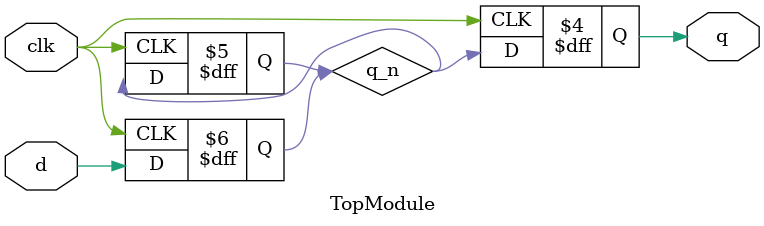
<source format=sv>

module TopModule (
  input clk,
  input d,
  output reg q
);

  reg q_n; // Internal signal for the next state

  always @(posedge clk) begin
    q_n <= d;
  end

  always @(negedge clk) begin
    q_n <= q_n; // Hold the value
  end

  always @(posedge clk) begin
    q <= q_n;
  end

endmodule

// VERILOG-EVAL: errant inclusion of module definition

</source>
